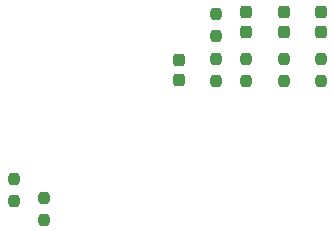
<source format=gbr>
%TF.GenerationSoftware,KiCad,Pcbnew,(6.0.2)*%
%TF.CreationDate,2022-04-20T12:38:45-07:00*%
%TF.ProjectId,audioModule2,61756469-6f4d-46f6-9475-6c65322e6b69,rev?*%
%TF.SameCoordinates,PX48ab840PY7b89fa0*%
%TF.FileFunction,Paste,Bot*%
%TF.FilePolarity,Positive*%
%FSLAX46Y46*%
G04 Gerber Fmt 4.6, Leading zero omitted, Abs format (unit mm)*
G04 Created by KiCad (PCBNEW (6.0.2)) date 2022-04-20 12:38:45*
%MOMM*%
%LPD*%
G01*
G04 APERTURE LIST*
G04 Aperture macros list*
%AMRoundRect*
0 Rectangle with rounded corners*
0 $1 Rounding radius*
0 $2 $3 $4 $5 $6 $7 $8 $9 X,Y pos of 4 corners*
0 Add a 4 corners polygon primitive as box body*
4,1,4,$2,$3,$4,$5,$6,$7,$8,$9,$2,$3,0*
0 Add four circle primitives for the rounded corners*
1,1,$1+$1,$2,$3*
1,1,$1+$1,$4,$5*
1,1,$1+$1,$6,$7*
1,1,$1+$1,$8,$9*
0 Add four rect primitives between the rounded corners*
20,1,$1+$1,$2,$3,$4,$5,0*
20,1,$1+$1,$4,$5,$6,$7,0*
20,1,$1+$1,$6,$7,$8,$9,0*
20,1,$1+$1,$8,$9,$2,$3,0*%
G04 Aperture macros list end*
%ADD10RoundRect,0.237500X0.237500X-0.250000X0.237500X0.250000X-0.237500X0.250000X-0.237500X-0.250000X0*%
%ADD11RoundRect,0.237500X-0.237500X0.250000X-0.237500X-0.250000X0.237500X-0.250000X0.237500X0.250000X0*%
%ADD12RoundRect,0.237500X-0.237500X0.300000X-0.237500X-0.300000X0.237500X-0.300000X0.237500X0.300000X0*%
G04 APERTURE END LIST*
D10*
%TO.C,R11*%
X33020000Y15245000D03*
X33020000Y13420000D03*
%TD*%
%TO.C,R9*%
X29845000Y15245000D03*
X29845000Y13420000D03*
%TD*%
%TO.C,R7*%
X26670000Y15245000D03*
X26670000Y13420000D03*
%TD*%
D11*
%TO.C,R6*%
X24130000Y17230000D03*
X24130000Y19055000D03*
%TD*%
%TO.C,R5*%
X24130000Y13420000D03*
X24130000Y15245000D03*
%TD*%
%TO.C,R3*%
X9525000Y1632500D03*
X9525000Y3457500D03*
%TD*%
%TO.C,R2*%
X6985000Y3260000D03*
X6985000Y5085000D03*
%TD*%
D12*
%TO.C,C13*%
X33020000Y17507500D03*
X33020000Y19232500D03*
%TD*%
%TO.C,C10*%
X29845000Y17507500D03*
X29845000Y19232500D03*
%TD*%
%TO.C,C7*%
X26670000Y17507500D03*
X26670000Y19232500D03*
%TD*%
%TO.C,C6*%
X20955000Y13470000D03*
X20955000Y15195000D03*
%TD*%
M02*

</source>
